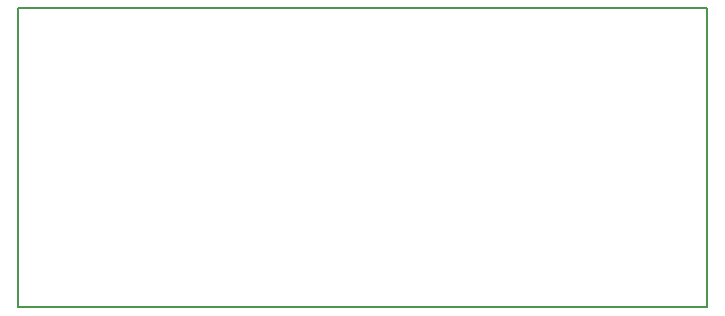
<source format=gbo>
G04 MADE WITH FRITZING*
G04 WWW.FRITZING.ORG*
G04 DOUBLE SIDED*
G04 HOLES PLATED*
G04 CONTOUR ON CENTER OF CONTOUR VECTOR*
%ASAXBY*%
%FSLAX23Y23*%
%MOIN*%
%OFA0B0*%
%SFA1.0B1.0*%
%ADD10R,2.303150X1.003937X2.287150X0.987937*%
%ADD11C,0.008000*%
%LNSILK0*%
G90*
G70*
G54D11*
X4Y1000D02*
X2299Y1000D01*
X2299Y4D01*
X4Y4D01*
X4Y1000D01*
D02*
G04 End of Silk0*
M02*
</source>
